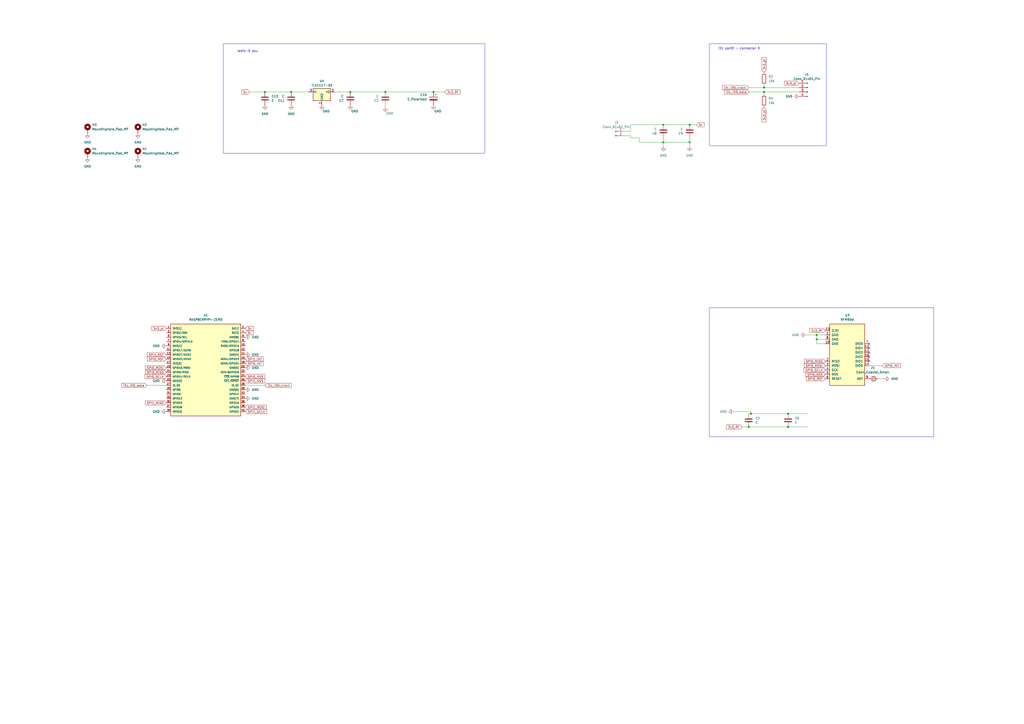
<source format=kicad_sch>
(kicad_sch (version 20250114) (generator "eeschema") (generator_version "9.0")
  (paper "A2")
  (lib_symbols
    (symbol "Connector:Conn_01x02_Pin" (pin_names (offset 1.016) (hide yes))
      (property "Reference" "J" (at 0 2.54 0))
      (property "Value" "Conn_01x02_Pin" (at 0 -5.08 0))
      (symbol "Conn_01x02_Pin_1_1"
        (rectangle (start 0.8636 0.127) (end 0 -0.127) (stroke (width 0.1524)) (fill (type outline)))
        (rectangle (start 0.8636 -2.413) (end 0 -2.667) (stroke (width 0.1524)) (fill (type outline)))
        (polyline (pts (xy 1.27 0) (xy 0.8636 0)) (stroke (width 0.1524)))
        (polyline (pts (xy 1.27 -2.54) (xy 0.8636 -2.54)) (stroke (width 0.1524)))
        (pin passive line (at 5.08 0 180) (length 3.81) (name "Pin_1") (number "1"))
        (pin passive line (at 5.08 -2.54 180) (length 3.81) (name "Pin_2") (number "2"))
      )
    )
    (symbol "Connector:Conn_01x04_Pin" (pin_names (offset 1.016) (hide yes))
      (property "Reference" "J" (at 0 5.08 0))
      (property "Value" "Conn_01x04_Pin" (at 0 -7.62 0))
      (symbol "Conn_01x04_Pin_1_1"
        (rectangle (start 0.8636 2.667) (end 0 2.413) (stroke (width 0.1524)) (fill (type outline)))
        (rectangle (start 0.8636 0.127) (end 0 -0.127) (stroke (width 0.1524)) (fill (type outline)))
        (rectangle (start 0.8636 -2.413) (end 0 -2.667) (stroke (width 0.1524)) (fill (type outline)))
        (rectangle (start 0.8636 -4.953) (end 0 -5.207) (stroke (width 0.1524)) (fill (type outline)))
        (polyline (pts (xy 1.27 2.54) (xy 0.8636 2.54)) (stroke (width 0.1524)))
        (polyline (pts (xy 1.27 0) (xy 0.8636 0)) (stroke (width 0.1524)))
        (polyline (pts (xy 1.27 -2.54) (xy 0.8636 -2.54)) (stroke (width 0.1524)))
        (polyline (pts (xy 1.27 -5.08) (xy 0.8636 -5.08)) (stroke (width 0.1524)))
        (pin passive line (at 5.08 2.54 180) (length 3.81) (name "Pin_1") (number "1"))
        (pin passive line (at 5.08 0 180) (length 3.81) (name "Pin_2") (number "2"))
        (pin passive line (at 5.08 -2.54 180) (length 3.81) (name "Pin_3") (number "3"))
        (pin passive line (at 5.08 -5.08 180) (length 3.81) (name "Pin_4") (number "4"))
      )
    )
    (symbol "Connector:Conn_Coaxial_Small" (pin_numbers (hide yes)) (pin_names (offset 1.016) (hide yes))
      (property "Reference" "J" (at 0.254 3.048 0))
      (property "Value" "Conn_Coaxial_Small" (at 0 -3.81 0))
      (symbol "Conn_Coaxial_Small_0_1"
        (polyline (pts (xy -2.54 0) (xy -0.508 0)))
        (circle (center 0 0) (radius 0.508) (stroke (width 0.2032)))
      )
      (symbol "Conn_Coaxial_Small_1_1"
        (arc (start 1.3484 0.0039) (mid 0.327 -1.308) (end -1.1916 -0.6311) (stroke (width 0.3048)))
        (arc (start -1.1916 0.6311) (mid 0.327 1.3081) (end 1.3484 -0.0039) (stroke (width 0.3048)))
        (pin passive line (at -2.54 0 0) (length 1.27) (name "In") (number "1"))
        (pin passive line (at 2.54 0 180) (length 1.27) (name "Ext") (number "2"))
      )
    )
    (symbol "Device:C" (pin_numbers (hide yes)) (pin_names (offset 0.254))
      (property "Reference" "C" (at 0.635 2.54 0))
      (property "Value" "C" (at 0.635 -2.54 0))
      (symbol "C_0_1"
        (polyline (pts (xy -2.032 0.762) (xy 2.032 0.762)) (stroke (width 0.508)))
        (polyline (pts (xy -2.032 -0.762) (xy 2.032 -0.762)) (stroke (width 0.508)))
      )
      (symbol "C_1_1"
        (pin passive line (at 0 3.81 270) (length 2.794) (name "~") (number "1"))
        (pin passive line (at 0 -3.81 90) (length 2.794) (name "~") (number "2"))
      )
    )
    (symbol "Device:C_Polarized" (pin_numbers (hide yes)) (pin_names (offset 0.254))
      (property "Reference" "C" (at 0.635 2.54 0))
      (property "Value" "C_Polarized" (at 0.635 -2.54 0))
      (symbol "C_Polarized_0_1"
        (rectangle (start -2.286 0.508) (end 2.286 1.016))
        (polyline (pts (xy -1.778 2.286) (xy -0.762 2.286)))
        (polyline (pts (xy -1.27 2.794) (xy -1.27 1.778)))
        (rectangle (start 2.286 -0.508) (end -2.286 -1.016) (fill (type outline)))
      )
      (symbol "C_Polarized_1_1"
        (pin passive line (at 0 3.81 270) (length 2.794) (name "~") (number "1"))
        (pin passive line (at 0 -3.81 90) (length 2.794) (name "~") (number "2"))
      )
    )
    (symbol "Device:R" (pin_numbers (hide yes)) (pin_names (offset 0))
      (property "Reference" "R" (at 2.032 0 90))
      (property "Value" "R" (at 0 0 90))
      (symbol "R_0_1"
        (rectangle (start -1.016 -2.54) (end 1.016 2.54) (stroke (width 0.254)))
      )
      (symbol "R_1_1"
        (pin passive line (at 0 3.81 270) (length 1.27) (name "~") (number "1"))
        (pin passive line (at 0 -3.81 90) (length 1.27) (name "~") (number "2"))
      )
    )
    (symbol "Mechanical:MountingHole_Pad_MP" (pin_numbers (hide yes)) (pin_names (offset 1.016) (hide yes)) (in_bom no)
      (property "Reference" "H" (at 0 6.35 0))
      (property "Value" "MountingHole_Pad_MP" (at 0 4.445 0))
      (symbol "MountingHole_Pad_MP_0_1"
        (circle (center 0 1.27) (radius 1.27) (stroke (width 1.27)))
      )
      (symbol "MountingHole_Pad_MP_1_1"
        (pin input line (at 0 -2.54 90) (length 2.54) (name "MP") (number "MP"))
      )
    )
    (symbol "RASPBERRYPI-ZERO:RASPBERRYPI-ZERO" (pin_names (offset 1.016))
      (property "Reference" "A" (at -20.34 26.6962 0))
      (property "Value" "RASPBERRYPI-ZERO" (at -20.3391 -30.5087 0))
      (symbol "RASPBERRYPI-ZERO_0_0"
        (rectangle (start -20.32 -27.94) (end 20.32 25.4) (stroke (width 0.254)) (fill (type background)))
        (pin power_in line (at -22.86 22.86 0) (length 2.54) (name "3V3[1]") (number "1"))
        (pin bidirectional line (at -22.86 20.32 0) (length 2.54) (name "GPIO2/SDA") (number "3"))
        (pin bidirectional line (at -22.86 17.78 0) (length 2.54) (name "GPIO3/SCL") (number "5"))
        (pin bidirectional line (at -22.86 15.24 0) (length 2.54) (name "GPIO4/GPCKL0") (number "7"))
        (pin power_in line (at -22.86 12.7 0) (length 2.54) (name "GND[1]") (number "9"))
        (pin bidirectional line (at -22.86 10.16 0) (length 2.54) (name "GPIO17/GEN0") (number "11"))
        (pin bidirectional line (at -22.86 7.62 0) (length 2.54) (name "GPIO27/GEN2") (number "13"))
        (pin bidirectional line (at -22.86 5.08 0) (length 2.54) (name "GPIO22/GEN3") (number "15"))
        (pin power_in line (at -22.86 2.54 0) (length 2.54) (name "3V3[2]") (number "17"))
        (pin bidirectional line (at -22.86 0 0) (length 2.54) (name "GPIO10/MOSI") (number "19"))
        (pin bidirectional line (at -22.86 -2.54 0) (length 2.54) (name "GPIO9/MISO") (number "21"))
        (pin bidirectional line (at -22.86 -5.08 0) (length 2.54) (name "GPIO11/SCLK") (number "23"))
        (pin power_in line (at -22.86 -7.62 0) (length 2.54) (name "GND[2]") (number "25"))
        (pin bidirectional line (at -22.86 -10.16 0) (length 2.54) (name "ID_SD") (number "27"))
        (pin bidirectional line (at -22.86 -12.7 0) (length 2.54) (name "GPIO5") (number "29"))
        (pin bidirectional line (at -22.86 -15.24 0) (length 2.54) (name "GPIO6") (number "31"))
        (pin bidirectional line (at -22.86 -17.78 0) (length 2.54) (name "GPIO13") (number "33"))
        (pin bidirectional line (at -22.86 -20.32 0) (length 2.54) (name "GPIO19") (number "35"))
        (pin bidirectional line (at -22.86 -22.86 0) (length 2.54) (name "GPIO26") (number "37"))
        (pin power_in line (at -22.86 -25.4 0) (length 2.54) (name "GND[3]") (number "39"))
        (pin power_in line (at 22.86 22.86 180) (length 2.54) (name "5V[1]") (number "2"))
        (pin power_in line (at 22.86 20.32 180) (length 2.54) (name "5V[2]") (number "4"))
        (pin power_in line (at 22.86 17.78 180) (length 2.54) (name "GND[8]") (number "6"))
        (pin bidirectional line (at 22.86 15.24 180) (length 2.54) (name "TXD0/GPIO14") (number "8"))
        (pin bidirectional line (at 22.86 12.7 180) (length 2.54) (name "RXD0/GPIO15") (number "10"))
        (pin bidirectional line (at 22.86 10.16 180) (length 2.54) (name "GPIO18") (number "12"))
        (pin power_in line (at 22.86 7.62 180) (length 2.54) (name "GND[4]") (number "14"))
        (pin bidirectional line (at 22.86 5.08 180) (length 2.54) (name "GEN4/GPIO23") (number "16"))
        (pin bidirectional line (at 22.86 2.54 180) (length 2.54) (name "GEN5/GPIO24") (number "18"))
        (pin power_in line (at 22.86 0 180) (length 2.54) (name "GND[5]") (number "20"))
        (pin bidirectional line (at 22.86 -2.54 180) (length 2.54) (name "GEN/6GPIO25") (number "22"))
        (pin bidirectional line (at 22.86 -5.08 180) (length 2.54) (name "~{CE0}/GPIO8") (number "24"))
        (pin bidirectional line (at 22.86 -7.62 180) (length 2.54) (name "~{CE1}/~{GPIO7}") (number "26"))
        (pin bidirectional line (at 22.86 -10.16 180) (length 2.54) (name "ID_SC") (number "28"))
        (pin power_in line (at 22.86 -12.7 180) (length 2.54) (name "GND[6]") (number "30"))
        (pin bidirectional line (at 22.86 -15.24 180) (length 2.54) (name "GPIO12") (number "32"))
        (pin power_in line (at 22.86 -17.78 180) (length 2.54) (name "GND[7]") (number "34"))
        (pin bidirectional line (at 22.86 -20.32 180) (length 2.54) (name "GPIO16") (number "36"))
        (pin bidirectional line (at 22.86 -22.86 180) (length 2.54) (name "GPIO20") (number "38"))
        (pin bidirectional line (at 22.86 -25.4 180) (length 2.54) (name "GPIO21") (number "40"))
      )
    )
    (symbol "Regulator_Linear:TLV1117-33" (pin_names (offset 0.254))
      (property "Reference" "U" (at -3.81 3.175 0))
      (property "Value" "TLV1117-33" (at 0 3.175 0))
      (symbol "TLV1117-33_0_1"
        (rectangle (start -5.08 -5.08) (end 5.08 1.905) (stroke (width 0.254)) (fill (type background)))
      )
      (symbol "TLV1117-33_1_1"
        (pin power_in line (at -7.62 0 0) (length 2.54) (name "VI") (number "3"))
        (pin power_in line (at 0 -7.62 90) (length 2.54) (name "GND") (number "1"))
        (pin power_out line (at 7.62 0 180) (length 2.54) (name "VO") (number "2"))
      )
    )
    (symbol "my_rfm95w_symbol:RFM95W" (pin_names (offset 1.016))
      (property "Reference" "U" (at -10.414 11.684 0))
      (property "Value" "RFM95W" (at -6.858 25.146 0))
      (symbol "RFM95W_1_1"
        (rectangle (start -10.16 22.86) (end 10.16 -12.7) (stroke (width 0.254)) (fill (type background)))
        (pin power_in line (at -12.7 19.05 0) (length 2.54) (name "3.3V") (number "13"))
        (pin power_in line (at -12.7 16.51 0) (length 2.54) (name "GND") (number "1"))
        (pin power_in line (at -12.7 13.97 0) (length 2.54) (name "GND") (number "8"))
        (pin power_in line (at -12.7 11.43 0) (length 2.54) (name "GND") (number "10"))
        (pin output line (at -12.7 1.27 0) (length 2.54) (name "MISO") (number "2"))
        (pin input line (at -12.7 -1.27 0) (length 2.54) (name "MOSI") (number "3"))
        (pin input line (at -12.7 -3.81 0) (length 2.54) (name "SCK") (number "4"))
        (pin input line (at -12.7 -6.35 0) (length 2.54) (name "NSS") (number "5"))
        (pin bidirectional line (at -12.7 -8.89 0) (length 2.54) (name "RESET") (number "6"))
        (pin bidirectional line (at 12.7 11.43 180) (length 2.54) (name "DIO5") (number "7"))
        (pin bidirectional line (at 12.7 8.89 180) (length 2.54) (name "DIO4") (number "12"))
        (pin bidirectional line (at 12.7 6.35 180) (length 2.54) (name "DIO3") (number "11"))
        (pin bidirectional line (at 12.7 3.81 180) (length 2.54) (name "DIO2") (number "16"))
        (pin bidirectional line (at 12.7 1.27 180) (length 2.54) (name "DIO1") (number "15"))
        (pin bidirectional line (at 12.7 -1.27 180) (length 2.54) (name "DIO0") (number "14"))
        (pin bidirectional line (at 12.7 -8.89 180) (length 2.54) (name "ANT") (number "9"))
      )
    )
    (symbol "power:GND" (power) (pin_numbers (hide yes)) (pin_names (offset 0) (hide yes))
      (property "Value" "GND" (at 0 -3.81 0))
      (symbol "GND_0_1"
        (polyline (pts (xy 0 0) (xy 0 -1.27) (xy 1.27 -1.27) (xy 0 -2.54) (xy -1.27 -1.27) (xy 0 -1.27)))
      )
      (symbol "GND_1_1"
        (pin power_in line (at 0 0 270) (length 0) (name "~") (number "1"))
      )
    )
  )
  (rectangle (start 129.54 25.4) (end 281.305 88.9))
  (rectangle (start 411.48 25.4) (end 479.425 84.455))
  (rectangle (start 411.48 178.435) (end 541.655 253.365))
  (text "radio-0 psu" (at 143.51 29.718 0) (effects (font (size 1.27 1.27))))
  (text "i2c port0 - connector 0" (at 428.752 28.194 0) (effects (font (size 1.27 1.27))))
  (junction (at 153.67 53.34))
  (junction (at 384.81 72.39))
  (junction (at 400.05 82.55))
  (junction (at 473.71 194.31))
  (junction (at 443.23 53.34))
  (junction (at 434.34 247.65))
  (junction (at 435.61 240.03))
  (junction (at 168.91 53.34))
  (junction (at 251.46 53.34))
  (junction (at 203.2 53.34))
  (junction (at 457.2 247.65))
  (junction (at 384.81 82.55))
  (junction (at 400.05 72.39))
  (junction (at 223.52 53.34))
  (junction (at 473.71 196.85))
  (junction (at 443.23 50.8))
  (junction (at 457.2 240.03))
  (no_connect (at 504.19 199.39))
  (no_connect (at 504.19 204.47))
  (no_connect (at 504.19 209.55))
  (no_connect (at 504.19 201.93))
  (no_connect (at 504.19 207.01))
  (wire (pts (xy 203.2 53.34) (xy 223.52 53.34)))
  (wire (pts (xy 384.81 72.39) (xy 400.05 72.39)))
  (wire (pts (xy 400.05 82.55) (xy 400.05 85.09)))
  (wire (pts (xy 400.05 82.55) (xy 400.05 80.01)))
  (wire (pts (xy 457.2 247.65) (xy 468.63 247.65)))
  (wire (pts (xy 434.34 50.8) (xy 443.23 50.8)))
  (wire (pts (xy 168.91 53.34) (xy 179.07 53.34)))
  (wire (pts (xy 384.81 82.55) (xy 400.05 82.55)))
  (wire (pts (xy 473.71 194.31) (xy 473.71 196.85)))
  (wire (pts (xy 435.61 238.76) (xy 435.61 240.03)))
  (wire (pts (xy 443.23 50.8) (xy 443.23 49.53)))
  (wire (pts (xy 365.76 76.2) (xy 361.95 76.2)))
  (wire (pts (xy 194.31 53.34) (xy 203.2 53.34)))
  (wire (pts (xy 251.46 53.34) (xy 257.81 53.34)))
  (wire (pts (xy 467.36 194.31) (xy 473.71 194.31)))
  (wire (pts (xy 153.67 53.34) (xy 168.91 53.34)))
  (wire (pts (xy 365.76 80.01) (xy 370.84 80.01)))
  (wire (pts (xy 85.09 223.52) (xy 96.52 223.52)))
  (wire (pts (xy 223.52 53.34) (xy 251.46 53.34)))
  (wire (pts (xy 473.71 196.85) (xy 478.79 196.85)))
  (wire (pts (xy 434.34 53.34) (xy 443.23 53.34)))
  (wire (pts (xy 142.24 223.52) (xy 153.67 223.52)))
  (wire (pts (xy 365.76 78.74) (xy 361.95 78.74)))
  (wire (pts (xy 478.79 194.31) (xy 473.71 194.31)))
  (wire (pts (xy 478.79 199.39) (xy 473.71 199.39)))
  (wire (pts (xy 400.05 72.39) (xy 403.86 72.39)))
  (wire (pts (xy 443.23 53.34) (xy 443.23 54.61)))
  (wire (pts (xy 457.2 240.03) (xy 468.63 240.03)))
  (wire (pts (xy 425.45 238.76) (xy 435.61 238.76)))
  (wire (pts (xy 511.81 212.09) (xy 504.19 212.09)))
  (wire (pts (xy 370.84 80.01) (xy 370.84 82.55)))
  (wire (pts (xy 223.52 62.23) (xy 223.52 60.96)))
  (wire (pts (xy 435.61 240.03) (xy 457.2 240.03)))
  (wire (pts (xy 443.23 50.8) (xy 463.55 50.8)))
  (wire (pts (xy 365.76 72.39) (xy 384.81 72.39)))
  (wire (pts (xy 370.84 82.55) (xy 384.81 82.55)))
  (wire (pts (xy 384.81 80.01) (xy 384.81 82.55)))
  (wire (pts (xy 365.76 80.01) (xy 365.76 78.74)))
  (wire (pts (xy 434.34 247.65) (xy 457.2 247.65)))
  (wire (pts (xy 144.78 53.34) (xy 153.67 53.34)))
  (wire (pts (xy 473.71 199.39) (xy 473.71 196.85)))
  (wire (pts (xy 513.08 219.71) (xy 509.27 219.71)))
  (wire (pts (xy 365.76 72.39) (xy 365.76 76.2)))
  (wire (pts (xy 434.34 240.03) (xy 435.61 240.03)))
  (wire (pts (xy 443.23 53.34) (xy 463.55 53.34)))
  (wire (pts (xy 384.81 82.55) (xy 384.81 85.09)))
  (wire (pts (xy 430.53 247.65) (xy 434.34 247.65)))
  (global_label "3v3_RF" (shape input) (at 257.81 53.34 0) (property "Intersheetrefs" "${INTERSHEET_REFS}" (effects (hide yes))))
  (global_label "SPI1_INT" (shape input) (at 142.24 208.28 0) (property "Intersheetrefs" "${INTERSHEET_REFS}" (effects (hide yes))))
  (global_label "3v3_pi" (shape input) (at 463.55 48.26 180) (property "Intersheetrefs" "${INTERSHEET_REFS}" (effects (hide yes))))
  (global_label "5v" (shape input) (at 142.24 193.04 0) (property "Intersheetrefs" "${INTERSHEET_REFS}" (effects (hide yes))))
  (global_label "3v3_pi" (shape input) (at 443.23 41.91 90) (property "Intersheetrefs" "${INTERSHEET_REFS}" (effects (hide yes))))
  (global_label "SPI0_SCLK" (shape input) (at 96.52 218.44 180) (property "Intersheetrefs" "${INTERSHEET_REFS}" (effects (hide yes))))
  (global_label "5v" (shape input) (at 403.86 72.39 0) (property "Intersheetrefs" "${INTERSHEET_REFS}" (effects (hide yes))))
  (global_label "3v3_pi" (shape input) (at 443.23 62.23 270) (property "Intersheetrefs" "${INTERSHEET_REFS}" (effects (hide yes))))
  (global_label "SPI0_NSS" (shape input) (at 142.24 218.44 0) (property "Intersheetrefs" "${INTERSHEET_REFS}" (effects (hide yes))))
  (global_label "SPI1_NSS" (shape input) (at 142.24 220.98 0) (property "Intersheetrefs" "${INTERSHEET_REFS}" (effects (hide yes))))
  (global_label "5v" (shape input) (at 142.24 190.5 0) (property "Intersheetrefs" "${INTERSHEET_REFS}" (effects (hide yes))))
  (global_label "3v3_RF" (shape input) (at 430.53 247.65 180) (property "Intersheetrefs" "${INTERSHEET_REFS}" (effects (hide yes))))
  (global_label "SPI0_MISO" (shape input) (at 96.52 215.9 180) (property "Intersheetrefs" "${INTERSHEET_REFS}" (effects (hide yes))))
  (global_label "SPI0_INT" (shape input) (at 142.24 210.82 0) (property "Intersheetrefs" "${INTERSHEET_REFS}" (effects (hide yes))))
  (global_label "SPI1_MOSI" (shape input) (at 142.24 236.22 0) (property "Intersheetrefs" "${INTERSHEET_REFS}" (effects (hide yes))))
  (global_label "SPI0_MISO" (shape input) (at 478.79 209.55 180) (property "Intersheetrefs" "${INTERSHEET_REFS}" (effects (hide yes))))
  (global_label "5v" (shape input) (at 144.78 53.34 180) (property "Intersheetrefs" "${INTERSHEET_REFS}" (effects (hide yes))))
  (global_label "SPI0_RST" (shape input) (at 96.52 208.28 180) (property "Intersheetrefs" "${INTERSHEET_REFS}" (effects (hide yes))))
  (global_label "SPI1_RST" (shape input) (at 96.52 205.74 180) (property "Intersheetrefs" "${INTERSHEET_REFS}" (effects (hide yes))))
  (global_label "SPI0_NSS" (shape input) (at 478.79 217.17 180) (property "Intersheetrefs" "${INTERSHEET_REFS}" (effects (hide yes))))
  (global_label "i2c_ID0_data" (shape input) (at 85.09 223.52 180) (property "Intersheetrefs" "${INTERSHEET_REFS}" (effects (hide yes))))
  (global_label "i2c_ID0_data" (shape input) (at 434.635 53.34 180) (property "Intersheetrefs" "${INTERSHEET_REFS}" (effects (hide yes))))
  (global_label "i2c_ID0_clock" (shape input) (at 434.34 50.8 180) (property "Intersheetrefs" "${INTERSHEET_REFS}" (effects (hide yes))))
  (global_label "SPI0_SCLK" (shape input) (at 478.79 214.63 180) (property "Intersheetrefs" "${INTERSHEET_REFS}" (effects (hide yes))))
  (global_label "SPI0_INT" (shape input) (at 511.81 212.09 0) (property "Intersheetrefs" "${INTERSHEET_REFS}" (effects (hide yes))))
  (global_label "SPI0_MOSI" (shape input) (at 478.79 212.09 180) (property "Intersheetrefs" "${INTERSHEET_REFS}" (effects (hide yes))))
  (global_label "SPI0_MOSI" (shape input) (at 96.52 213.36 180) (property "Intersheetrefs" "${INTERSHEET_REFS}" (effects (hide yes))))
  (global_label "SPI0_RST" (shape input) (at 478.79 219.71 180) (property "Intersheetrefs" "${INTERSHEET_REFS}" (effects (hide yes))))
  (global_label "i2c_ID0_clock" (shape input) (at 153.67 223.52 0) (property "Intersheetrefs" "${INTERSHEET_REFS}" (effects (hide yes))))
  (global_label "SPI1_MISO" (shape input) (at 96.52 233.68 180) (property "Intersheetrefs" "${INTERSHEET_REFS}" (effects (hide yes))))
  (global_label "SPI1_SCLK" (shape input) (at 142.24 238.76 0) (property "Intersheetrefs" "${INTERSHEET_REFS}" (effects (hide yes))))
  (global_label "3v3_RF" (shape input) (at 478.79 191.77 180) (property "Intersheetrefs" "${INTERSHEET_REFS}" (effects (hide yes))))
  (global_label "3v3_pi" (shape input) (at 96.52 190.5 180) (property "Intersheetrefs" "${INTERSHEET_REFS}" (effects (hide yes))))
  (symbol (lib_id "power:GND") (at 186.69 60.96 0) (unit 1)
    (property "Reference" "#PWR011" (effects (hide yes)))
    (property "Value" "GND" (at 189.23 64.516 0))
    (property "Description" "Power symbol creates a global label with name \"GND\" , ground" (effects (hide yes)))
  )
  (symbol (lib_id "Device:C") (at 168.91 57.15 180) (unit 1)
    (property "Reference" "C11" (at 165.1 58.4201 0) (effects (justify left)))
    (property "Value" "C" (at 165.1 55.8801 0) (effects (justify left)))
    (property "Footprint" "Capacitor_SMD:C_1206_3216Metric" (effects (hide yes)))
    (property "Description" "Unpolarized capacitor" (effects (hide yes)))
  )
  (symbol (lib_id "power:GND") (at 463.55 55.88 270) (unit 1)
    (property "Reference" "#PWR016" (effects (hide yes)))
    (property "Value" "GND" (at 459.74 55.8799 90) (effects (justify right)))
    (property "Description" "Power symbol creates a global label with name \"GND\" , ground" (effects (hide yes)))
  )
  (symbol (lib_id "power:GND") (at 142.24 231.14 90) (unit 1)
    (property "Reference" "#PWR010" (effects (hide yes)))
    (property "Value" "GND" (at 146.05 231.1399 90) (effects (justify right)))
    (property "Description" "Power symbol creates a global label with name \"GND\" , ground" (effects (hide yes)))
  )
  (symbol (lib_id "power:GND") (at 384.81 85.09 0) (unit 1)
    (property "Reference" "#PWR019" (effects (hide yes)))
    (property "Value" "GND" (at 384.81 90.17 0))
    (property "Description" "Power symbol creates a global label with name \"GND\" , ground" (effects (hide yes)))
  )
  (symbol (lib_id "power:GND") (at 203.2 60.96 0) (unit 1)
    (property "Reference" "#PWR015" (effects (hide yes)))
    (property "Value" "GND" (at 205.74 64.516 0))
    (property "Description" "Power symbol creates a global label with name \"GND\" , ground" (effects (hide yes)))
  )
  (symbol (lib_id "Device:R") (at 443.23 45.72 0) (unit 1)
    (property "Reference" "R2" (at 445.77 44.4499 0) (effects (justify left)))
    (property "Value" "10k" (at 445.77 46.9899 0) (effects (justify left)))
    (property "Footprint" "Resistor_SMD:R_0603_1608Metric" (effects (hide yes)))
    (property "Description" "Resistor" (effects (hide yes)))
  )
  (symbol (lib_id "RASPBERRYPI-ZERO:RASPBERRYPI-ZERO") (at 119.38 213.36 0) (unit 1)
    (property "Reference" "A1" (at 119.38 182.88 0))
    (property "Value" "RASPBERRYPI-ZERO" (at 119.38 185.42 0))
    (property "Footprint" "mypifootprint:Raspberry_Pi_Zero_Socketed_THT_FaceDown_MountingHoles" (effects (hide yes)))
    (property "MF" "Raspberry Pi" (effects (hide yes)))
    (property "Description_1" "Official Raspberry Pi Zero Case" (effects (hide yes)))
    (property "Package" "None" (effects (hide yes)))
    (property "Price" "None" (effects (hide yes)))
    (property "Check_prices" "https://www.snapeda.com/parts/RASPBERRYPI-ZERO/Raspberry+Pi/view-part/?ref=eda" (effects (hide yes)))
    (property "STANDARD" "MAnufactutrer Recommendations" (effects (hide yes)))
    (property "SnapEDA_Link" "https://www.snapeda.com/parts/RASPBERRYPI-ZERO/Raspberry+Pi/view-part/?ref=snap" (effects (hide yes)))
    (property "MP" "RASPBERRYPI-ZERO" (effects (hide yes)))
    (property "Availability" "Not in stock" (effects (hide yes)))
    (property "MANUFACTURER" "Raspberry" (effects (hide yes)))
  )
  (symbol (lib_id "Device:C") (at 223.52 57.15 180) (unit 1)
    (property "Reference" "C2" (at 219.71 58.4201 0) (effects (justify left)))
    (property "Value" "C" (at 219.71 55.8801 0) (effects (justify left)))
    (property "Footprint" "Capacitor_SMD:C_1206_3216Metric" (effects (hide yes)))
    (property "Description" "Unpolarized capacitor" (effects (hide yes)))
  )
  (symbol (lib_id "Mechanical:MountingHole_Pad_MP") (at 80.01 74.93 0) (unit 1) (in_bom no)
    (property "Reference" "H2" (at 82.55 72.3899 0) (effects (justify left)))
    (property "Value" "MountingHole_Pad_MP" (at 82.55 74.9299 0) (effects (justify left)))
    (property "Footprint" "MountingHole:MountingHole_2.5mm_Pad" (effects (hide yes)))
    (property "Description" "Mounting Hole with connection as pad named MP" (effects (hide yes)))
  )
  (symbol (lib_id "Device:C") (at 153.67 57.15 0) (unit 1)
    (property "Reference" "C13" (at 157.48 55.8799 0) (effects (justify left)))
    (property "Value" "C" (at 157.48 58.4199 0) (effects (justify left)))
    (property "Footprint" "Capacitor_SMD:C_1206_3216Metric" (effects (hide yes)))
    (property "Description" "Unpolarized capacitor" (effects (hide yes)))
  )
  (symbol (lib_id "power:GND") (at 513.08 219.71 90) (unit 1)
    (property "Reference" "#PWR01" (effects (hide yes)))
    (property "Value" "GND" (at 516.89 219.7099 90) (effects (justify right)))
    (property "Description" "Power symbol creates a global label with name \"GND\" , ground" (effects (hide yes)))
  )
  (symbol (lib_id "power:GND") (at 153.67 60.96 0) (unit 1)
    (property "Reference" "#PWR021" (effects (hide yes)))
    (property "Value" "GND" (at 153.67 66.04 0))
    (property "Description" "Power symbol creates a global label with name \"GND\" , ground" (effects (hide yes)))
  )
  (symbol (lib_id "Device:C") (at 384.81 76.2 180) (unit 1)
    (property "Reference" "C8" (at 381 77.4701 0) (effects (justify left)))
    (property "Value" "C" (at 381 74.9301 0) (effects (justify left)))
    (property "Footprint" "Capacitor_SMD:C_1206_3216Metric" (effects (hide yes)))
    (property "Description" "Unpolarized capacitor" (effects (hide yes)))
  )
  (symbol (lib_id "Device:C") (at 203.2 57.15 180) (unit 1)
    (property "Reference" "C7" (at 199.39 58.4201 0) (effects (justify left)))
    (property "Value" "C" (at 199.39 55.8801 0) (effects (justify left)))
    (property "Footprint" "Capacitor_SMD:C_1206_3216Metric" (effects (hide yes)))
    (property "Description" "Unpolarized capacitor" (effects (hide yes)))
  )
  (symbol (lib_id "Device:C") (at 457.2 243.84 0) (unit 1)
    (property "Reference" "C6" (at 461.01 242.5699 0) (effects (justify left)))
    (property "Value" "C" (at 461.01 245.1099 0) (effects (justify left)))
    (property "Footprint" "Capacitor_SMD:C_1206_3216Metric" (effects (hide yes)))
    (property "Description" "Unpolarized capacitor" (effects (hide yes)))
  )
  (symbol (lib_id "power:GND") (at 96.52 220.98 270) (unit 1)
    (property "Reference" "#PWR04" (effects (hide yes)))
    (property "Value" "GND" (at 92.71 220.9799 90) (effects (justify right)))
    (property "Description" "Power symbol creates a global label with name \"GND\" , ground" (effects (hide yes)))
  )
  (symbol (lib_id "power:GND") (at 400.05 85.09 0) (unit 1)
    (property "Reference" "#PWR020" (effects (hide yes)))
    (property "Value" "GND" (at 400.05 90.17 0))
    (property "Description" "Power symbol creates a global label with name \"GND\" , ground" (effects (hide yes)))
  )
  (symbol (lib_id "power:GND") (at 50.8 77.47 0) (unit 1)
    (property "Reference" "#PWR023" (effects (hide yes)))
    (property "Value" "GND" (at 50.8 82.55 0))
    (property "Description" "Power symbol creates a global label with name \"GND\" , ground" (effects (hide yes)))
  )
  (symbol (lib_id "power:GND") (at 142.24 226.06 90) (unit 1)
    (property "Reference" "#PWR09" (effects (hide yes)))
    (property "Value" "GND" (at 146.05 226.0599 90) (effects (justify right)))
    (property "Description" "Power symbol creates a global label with name \"GND\" , ground" (effects (hide yes)))
  )
  (symbol (lib_id "Device:C") (at 434.34 243.84 0) (unit 1)
    (property "Reference" "C5" (at 438.15 242.5699 0) (effects (justify left)))
    (property "Value" "C" (at 438.15 245.1099 0) (effects (justify left)))
    (property "Footprint" "Capacitor_SMD:C_1206_3216Metric" (effects (hide yes)))
    (property "Description" "Unpolarized capacitor" (effects (hide yes)))
  )
  (symbol (lib_id "power:GND") (at 223.52 62.23 0) (unit 1)
    (property "Reference" "#PWR029" (effects (hide yes)))
    (property "Value" "GND" (at 226.06 65.786 0))
    (property "Description" "Power symbol creates a global label with name \"GND\" , ground" (effects (hide yes)))
  )
  (symbol (lib_id "Mechanical:MountingHole_Pad_MP") (at 50.8 74.93 0) (unit 1) (in_bom no)
    (property "Reference" "H3" (at 53.34 72.3899 0) (effects (justify left)))
    (property "Value" "MountingHole_Pad_MP" (at 53.34 74.9299 0) (effects (justify left)))
    (property "Footprint" "MountingHole:MountingHole_2.5mm_Pad" (effects (hide yes)))
    (property "Description" "Mounting Hole with connection as pad named MP" (effects (hide yes)))
  )
  (symbol (lib_id "Device:C_Polarized") (at 251.46 57.15 0) (mirror y) (unit 1)
    (property "Reference" "C10" (at 247.65 54.9909 0) (effects (justify left)))
    (property "Value" "C_Polarized" (at 247.65 57.5309 0) (effects (justify left)))
    (property "Footprint" "Capacitor_Tantalum_SMD:CP_EIA-7343-43_Kemet-X" (effects (hide yes)))
    (property "Description" "Polarized capacitor" (effects (hide yes)))
  )
  (symbol (lib_id "power:GND") (at 142.24 195.58 90) (unit 1)
    (property "Reference" "#PWR07" (effects (hide yes)))
    (property "Value" "GND" (at 146.05 195.5799 90) (effects (justify right)))
    (property "Description" "Power symbol creates a global label with name \"GND\" , ground" (effects (hide yes)))
  )
  (symbol (lib_id "power:GND") (at 142.24 205.74 90) (unit 1)
    (property "Reference" "#PWR06" (effects (hide yes)))
    (property "Value" "GND" (at 146.05 205.7399 90) (effects (justify right)))
    (property "Description" "Power symbol creates a global label with name \"GND\" , ground" (effects (hide yes)))
  )
  (symbol (lib_id "my_rfm95w_symbol:RFM95W") (at 491.49 210.82 0) (unit 1)
    (property "Reference" "U3" (at 491.49 182.88 0))
    (property "Value" "RFM95W" (at 491.49 185.42 0))
    (property "Footprint" "my_hoperf_footprint:my_RFM95W" (effects (hide yes)))
    (property "Datasheet" "https://www.hoperf.com/data/upload/portal/20181127/5bfcbea20e9ef.pdf" (effects (hide yes)))
    (property "Description" "RFM95W module" (effects (hide yes)))
  )
  (symbol (lib_id "power:GND") (at 467.36 194.31 270) (unit 1)
    (property "Reference" "#PWR02" (effects (hide yes)))
    (property "Value" "GND" (at 463.55 194.3099 90) (effects (justify right)))
    (property "Description" "Power symbol creates a global label with name \"GND\" , ground" (effects (hide yes)))
  )
  (symbol (lib_id "power:GND") (at 251.46 60.96 0) (unit 1)
    (property "Reference" "#PWR014" (effects (hide yes)))
    (property "Value" "GND" (at 254 64.516 0))
    (property "Description" "Power symbol creates a global label with name \"GND\" , ground" (effects (hide yes)))
  )
  (symbol (lib_id "Mechanical:MountingHole_Pad_MP") (at 50.8 88.9 0) (unit 1) (in_bom no)
    (property "Reference" "H4" (at 53.34 86.3599 0) (effects (justify left)))
    (property "Value" "MountingHole_Pad_MP" (at 53.34 88.8999 0) (effects (justify left)))
    (property "Footprint" "MountingHole:MountingHole_2.5mm_Pad" (effects (hide yes)))
    (property "Description" "Mounting Hole with connection as pad named MP" (effects (hide yes)))
  )
  (symbol (lib_id "power:GND") (at 80.01 77.47 0) (unit 1)
    (property "Reference" "#PWR025" (effects (hide yes)))
    (property "Value" "GND" (at 80.01 82.55 0))
    (property "Description" "Power symbol creates a global label with name \"GND\" , ground" (effects (hide yes)))
  )
  (symbol (lib_id "power:GND") (at 50.8 91.44 0) (unit 1)
    (property "Reference" "#PWR027" (effects (hide yes)))
    (property "Value" "GND" (at 50.8 96.52 0))
    (property "Description" "Power symbol creates a global label with name \"GND\" , ground" (effects (hide yes)))
  )
  (symbol (lib_id "power:GND") (at 142.24 213.36 90) (unit 1)
    (property "Reference" "#PWR08" (effects (hide yes)))
    (property "Value" "GND" (at 146.05 213.3599 90) (effects (justify right)))
    (property "Description" "Power symbol creates a global label with name \"GND\" , ground" (effects (hide yes)))
  )
  (symbol (lib_id "power:GND") (at 96.52 238.76 270) (unit 1)
    (property "Reference" "#PWR05" (effects (hide yes)))
    (property "Value" "GND" (at 92.71 238.7599 90) (effects (justify right)))
    (property "Description" "Power symbol creates a global label with name \"GND\" , ground" (effects (hide yes)))
  )
  (symbol (lib_id "Regulator_Linear:TLV1117-33") (at 186.69 53.34 0) (unit 1)
    (property "Reference" "U4" (at 186.69 46.99 0))
    (property "Value" "TLV1117-33" (at 186.69 49.53 0))
    (property "Footprint" "Package_TO_SOT_SMD:SOT-223-3_TabPin2" (effects (hide yes)))
    (property "Datasheet" "http://www.ti.com/lit/ds/symlink/tlv1117.pdf" (effects (hide yes)))
    (property "Description" "800mA Low-Dropout Linear Regulator, 3.3V fixed output, TO-220/TO-252/TO-263/SOT-223" (effects (hide yes)))
  )
  (symbol (lib_id "Device:C") (at 400.05 76.2 180) (unit 1)
    (property "Reference" "C9" (at 396.24 77.4701 0) (effects (justify left)))
    (property "Value" "C" (at 396.24 74.9301 0) (effects (justify left)))
    (property "Footprint" "Capacitor_SMD:C_1206_3216Metric" (effects (hide yes)))
    (property "Description" "Unpolarized capacitor" (effects (hide yes)))
  )
  (symbol (lib_id "Mechanical:MountingHole_Pad_MP") (at 80.01 88.9 0) (unit 1) (in_bom no)
    (property "Reference" "H1" (at 82.55 86.3599 0) (effects (justify left)))
    (property "Value" "MountingHole_Pad_MP" (at 82.55 88.8999 0) (effects (justify left)))
    (property "Footprint" "MountingHole:MountingHole_2.5mm_Pad" (effects (hide yes)))
    (property "Description" "Mounting Hole with connection as pad named MP" (effects (hide yes)))
  )
  (symbol (lib_id "power:GND") (at 96.52 200.66 270) (unit 1)
    (property "Reference" "#PWR03" (effects (hide yes)))
    (property "Value" "GND" (at 92.71 200.6599 90) (effects (justify right)))
    (property "Description" "Power symbol creates a global label with name \"GND\" , ground" (effects (hide yes)))
  )
  (symbol (lib_id "Device:R") (at 443.23 58.42 0) (unit 1)
    (property "Reference" "R3" (at 445.77 57.1499 0) (effects (justify left)))
    (property "Value" "10k" (at 445.77 59.6899 0) (effects (justify left)))
    (property "Footprint" "Resistor_SMD:R_0603_1608Metric" (effects (hide yes)))
    (property "Description" "Resistor" (effects (hide yes)))
  )
  (symbol (lib_id "power:GND") (at 80.01 91.44 0) (unit 1)
    (property "Reference" "#PWR026" (effects (hide yes)))
    (property "Value" "GND" (at 80.01 96.52 0))
    (property "Description" "Power symbol creates a global label with name \"GND\" , ground" (effects (hide yes)))
  )
  (symbol (lib_id "Connector:Conn_01x04_Pin") (at 468.63 50.8 0) (mirror y) (unit 1)
    (property "Reference" "J1" (at 467.995 43.18 0))
    (property "Value" "Conn_01x04_Pin" (at 467.995 45.72 0))
    (property "Footprint" "Connector_Molex:Molex_PicoBlade_53048-0410_1x04_P1.25mm_Horizontal" (effects (hide yes)))
    (property "Description" "Generic connector, single row, 01x04, script generated" (effects (hide yes)))
  )
  (symbol (lib_id "Connector:Conn_01x02_Pin") (at 356.87 76.2 0) (unit 1)
    (property "Reference" "J3" (at 357.505 71.12 0))
    (property "Value" "Conn_01x02_Pin" (at 357.505 73.66 0))
    (property "Footprint" "Connector_PinHeader_2.54mm:PinHeader_1x02_P2.54mm_Horizontal" (effects (hide yes)))
    (property "Description" "Generic connector, single row, 01x02, script generated" (effects (hide yes)))
  )
  (symbol (lib_id "Connector:Conn_Coaxial_Small") (at 506.73 219.71 0) (unit 1)
    (property "Reference" "J4" (at 506.2104 213.36 0))
    (property "Value" "Conn_Coaxial_Small" (at 506.2104 215.9 0))
    (property "Footprint" "Connector_Coaxial:SMA_Amphenol_132289_EdgeMount" (effects (hide yes)))
    (property "Description" "small coaxial connector (BNC, SMA, SMB, SMC, Cinch/RCA, LEMO, ...)" (effects (hide yes)))
  )
  (symbol (lib_id "power:GND") (at 168.91 60.96 0) (unit 1)
    (property "Reference" "#PWR022" (effects (hide yes)))
    (property "Value" "GND" (at 168.91 66.04 0))
    (property "Description" "Power symbol creates a global label with name \"GND\" , ground" (effects (hide yes)))
  )
  (symbol (lib_id "power:GND") (at 425.45 238.76 270) (unit 1)
    (property "Reference" "#PWR028" (effects (hide yes)))
    (property "Value" "GND" (at 421.64 238.7599 90) (effects (justify right)))
    (property "Description" "Power symbol creates a global label with name \"GND\" , ground" (effects (hide yes)))
  )
)
</source>
